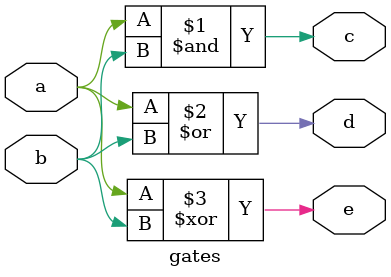
<source format=v>
`timescale 1ns / 1ps


module gates (	input a, b,
				output c, d, e);

	and (c, a, b); 	// c is the output, a and b are inputs
	or  (d, a, b);	// d is the output, a and b are inputs
	xor (e, a, b); 	// e is the output, a and b are inputs
endmodule


</source>
